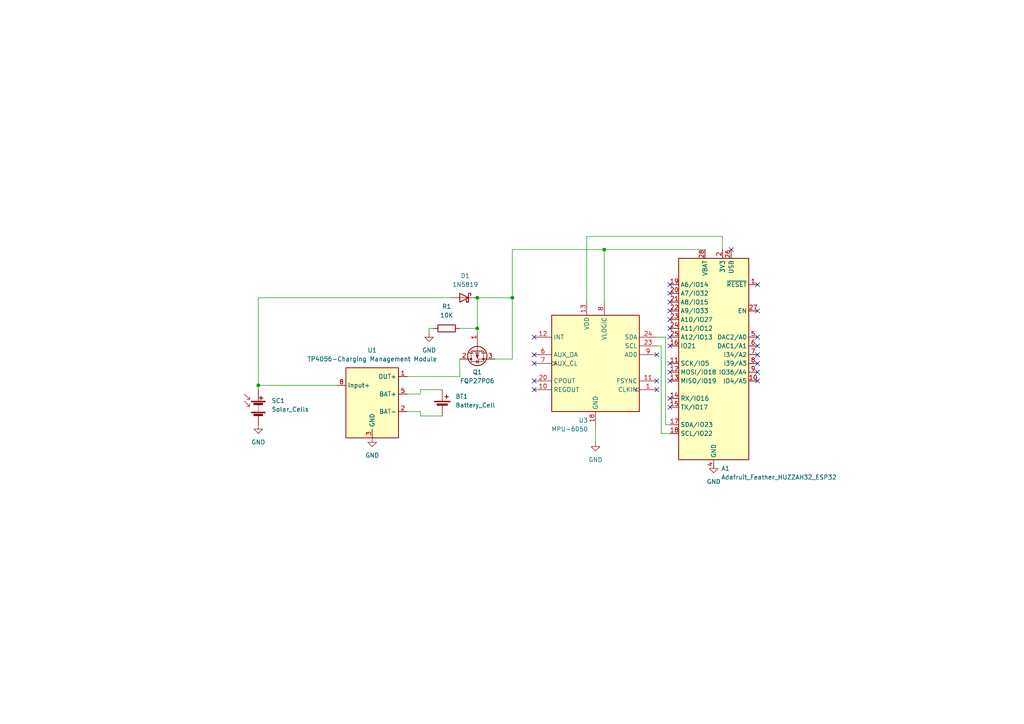
<source format=kicad_sch>
(kicad_sch (version 20250114) (generator "eeschema") (generator_version "9.0")
  (paper "A4")
  (lib_symbols
    (symbol "Battery_Management:TP4056-Charging Management"
      (property "Reference" "U" (at -6.604 11.684 0))
      (property "Value" "TP4056-Charging Management Module" (at 21.082 12.192 0))
      (symbol "TP4056-Charging Management_1_0"
        (pin input line (at -10.16 5.08 0) (length 2.54) (name "Input+") (number "8"))
        (pin power_in line (at 0 -10.16 90) (length 2.54) (name "GND") (number "3"))
        (pin power_out line (at 10.16 7.62 180) (length 2.54) (name "OUT+") (number "1"))
        (pin power_out line (at 10.16 2.54 180) (length 2.54) (name "BAT+") (number "5"))
        (pin passive line (at 10.16 -2.54 180) (length 2.54) (name "BAT-") (number "2"))
      )
      (symbol "TP4056-Charging Management_1_1"
        (rectangle (start -7.62 10.16) (end 7.62 -10.16) (stroke (width 0.254)) (fill (type background)))
      )
    )
    (symbol "Device:Battery_Cell" (pin_numbers (hide yes)) (pin_names (offset 0) (hide yes))
      (property "Reference" "BT" (at 2.54 2.54 0))
      (property "Value" "Battery_Cell" (at 2.54 0 0))
      (symbol "Battery_Cell_0_1"
        (rectangle (start -2.286 1.778) (end 2.286 1.524) (fill (type outline)))
        (rectangle (start -1.524 1.016) (end 1.524 0.508) (fill (type outline)))
        (polyline (pts (xy 0 1.778) (xy 0 2.54)))
        (polyline (pts (xy 0 0.762) (xy 0 0)))
        (polyline (pts (xy 0.762 3.048) (xy 1.778 3.048)) (stroke (width 0.254)))
        (polyline (pts (xy 1.27 3.556) (xy 1.27 2.54)) (stroke (width 0.254)))
      )
      (symbol "Battery_Cell_1_1"
        (pin passive line (at 0 5.08 270) (length 2.54) (name "+") (number "1"))
        (pin passive line (at 0 -2.54 90) (length 2.54) (name "-") (number "2"))
      )
    )
    (symbol "Device:R" (pin_numbers (hide yes)) (pin_names (offset 0))
      (property "Reference" "R" (at 2.032 0 90))
      (property "Value" "R" (at 0 0 90))
      (symbol "R_0_1"
        (rectangle (start -1.016 -2.54) (end 1.016 2.54) (stroke (width 0.254)))
      )
      (symbol "R_1_1"
        (pin passive line (at 0 3.81 270) (length 1.27) (name "~") (number "1"))
        (pin passive line (at 0 -3.81 90) (length 1.27) (name "~") (number "2"))
      )
    )
    (symbol "Device:Solar_Cells" (pin_numbers (hide yes)) (pin_names (offset 0) (hide yes))
      (property "Reference" "SC" (at 2.54 2.54 0))
      (property "Value" "Solar_Cells" (at 2.54 0 0))
      (symbol "Solar_Cells_0_1"
        (polyline (pts (xy -2.54 3.048) (xy -2.54 2.286) (xy -3.302 2.286)))
        (polyline (pts (xy -2.54 2.286) (xy -4.064 3.81)))
        (polyline (pts (xy -2.54 1.016) (xy -2.54 0.254) (xy -3.302 0.254)))
        (polyline (pts (xy -2.54 0.254) (xy -4.064 1.778)))
        (rectangle (start -2.032 1.778) (end 2.032 1.524) (fill (type outline)))
        (rectangle (start -2.032 -1.397) (end 2.032 -1.651) (fill (type outline)))
        (rectangle (start -1.3208 1.1938) (end 1.27 0.6858) (fill (type outline)))
        (rectangle (start -1.3208 -1.9812) (end 1.27 -2.4892) (fill (type outline)))
        (polyline (pts (xy 0 1.778) (xy 0 2.54)))
        (polyline (pts (xy 0 0.508) (xy 0 0.762)))
        (polyline (pts (xy 0 0) (xy 0 0.254)))
        (polyline (pts (xy 0 -0.508) (xy 0 -0.254)))
        (polyline (pts (xy 0 -1.016) (xy 0 -0.762)))
        (polyline (pts (xy 0 -1.524) (xy 0 -1.27)))
        (polyline (pts (xy 0.254 2.667) (xy 1.27 2.667)) (stroke (width 0.254)))
        (polyline (pts (xy 0.762 3.175) (xy 0.762 2.159)) (stroke (width 0.254)))
      )
      (symbol "Solar_Cells_1_1"
        (pin passive line (at 0 5.08 270) (length 2.54) (name "+") (number "1"))
        (pin passive line (at 0 -5.08 90) (length 2.54) (name "-") (number "2"))
      )
    )
    (symbol "Diode:1N5819" (pin_numbers (hide yes)) (pin_names (offset 1.016) (hide yes))
      (property "Reference" "D" (at 0 2.54 0))
      (property "Value" "1N5819" (at 0 -2.54 0))
      (symbol "1N5819_0_1"
        (polyline (pts (xy -1.905 0.635) (xy -1.905 1.27) (xy -1.27 1.27) (xy -1.27 -1.27) (xy -0.635 -1.27) (xy -0.635 -0.635)) (stroke (width 0.254)))
        (polyline (pts (xy 1.27 1.27) (xy 1.27 -1.27) (xy -1.27 0) (xy 1.27 1.27)) (stroke (width 0.254)))
        (polyline (pts (xy 1.27 0) (xy -1.27 0)))
      )
      (symbol "1N5819_1_1"
        (pin passive line (at -3.81 0 0) (length 2.54) (name "K") (number "1"))
        (pin passive line (at 3.81 0 180) (length 2.54) (name "A") (number "2"))
      )
    )
    (symbol "MCU_Module:Adafruit_Feather_HUZZAH32_ESP32"
      (property "Reference" "A" (at -10.16 29.21 0))
      (property "Value" "Adafruit_Feather_HUZZAH32_ESP32" (at 2.54 -31.75 0))
      (symbol "Adafruit_Feather_HUZZAH32_ESP32_0_1"
        (rectangle (start -10.16 27.94) (end 10.16 -30.48) (stroke (width 0.254)) (fill (type background)))
      )
      (symbol "Adafruit_Feather_HUZZAH32_ESP32_1_1"
        (pin bidirectional line (at -12.7 20.32 0) (length 2.54) (name "A6/IO14") (number "19"))
        (pin bidirectional line (at -12.7 17.78 0) (length 2.54) (name "A7/IO32") (number "20"))
        (pin bidirectional line (at -12.7 15.24 0) (length 2.54) (name "A8/IO15") (number "21"))
        (pin bidirectional line (at -12.7 12.7 0) (length 2.54) (name "A9/IO33") (number "22"))
        (pin bidirectional line (at -12.7 10.16 0) (length 2.54) (name "A10/IO27") (number "23"))
        (pin bidirectional line (at -12.7 7.62 0) (length 2.54) (name "A11/IO12") (number "24"))
        (pin bidirectional line (at -12.7 5.08 0) (length 2.54) (name "A12/IO13") (number "25"))
        (pin bidirectional line (at -12.7 2.54 0) (length 2.54) (name "IO21") (number "16"))
        (pin bidirectional line (at -12.7 -2.54 0) (length 2.54) (name "SCK/IO5") (number "11"))
        (pin bidirectional line (at -12.7 -5.08 0) (length 2.54) (name "MOSI/IO18") (number "12"))
        (pin bidirectional line (at -12.7 -7.62 0) (length 2.54) (name "MISO/IO19") (number "13"))
        (pin bidirectional line (at -12.7 -12.7 0) (length 2.54) (name "RX/IO16") (number "14"))
        (pin bidirectional line (at -12.7 -15.24 0) (length 2.54) (name "TX/IO17") (number "15"))
        (pin bidirectional line (at -12.7 -20.32 0) (length 2.54) (name "SDA/IO23") (number "17"))
        (pin bidirectional line (at -12.7 -22.86 0) (length 2.54) (name "SCL/IO22") (number "18"))
        (pin power_in line (at -2.54 30.48 270) (length 2.54) (name "VBAT") (number "28"))
        (pin power_in line (at 0 -33.02 90) (length 2.54) (name "GND") (number "4"))
        (pin power_in line (at 2.54 30.48 270) (length 2.54) (name "3V3") (number "2"))
        (pin power_in line (at 5.08 30.48 270) (length 2.54) (name "USB") (number "26"))
        (pin no_connect line (at 10.16 10.16 180) (length 2.54) (hide yes) (name "NC") (number "3"))
        (pin input line (at 12.7 20.32 180) (length 2.54) (name "~{RESET}") (number "1"))
        (pin input line (at 12.7 12.7 180) (length 2.54) (name "EN") (number "27"))
        (pin bidirectional line (at 12.7 5.08 180) (length 2.54) (name "DAC2/A0") (number "5"))
        (pin bidirectional line (at 12.7 2.54 180) (length 2.54) (name "DAC1/A1") (number "6"))
        (pin bidirectional line (at 12.7 0 180) (length 2.54) (name "I34/A2") (number "7"))
        (pin bidirectional line (at 12.7 -2.54 180) (length 2.54) (name "I39/A3") (number "8"))
        (pin bidirectional line (at 12.7 -5.08 180) (length 2.54) (name "IO36/A4") (number "9"))
        (pin bidirectional line (at 12.7 -7.62 180) (length 2.54) (name "IO4/A5") (number "10"))
      )
    )
    (symbol "Sensor_Motion:MPU-6050"
      (property "Reference" "U" (at -11.43 13.97 0))
      (property "Value" "MPU-6050" (at 7.62 -15.24 0))
      (symbol "MPU-6050_0_0"
        (text "" (at 12.7 -2.54 0) (effects (font (size 1.27 1.27))))
      )
      (symbol "MPU-6050_0_1"
        (rectangle (start -12.7 13.97) (end 12.7 -13.97) (stroke (width 0.254)) (fill (type background)))
      )
      (symbol "MPU-6050_1_1"
        (pin bidirectional line (at -17.78 7.62 0) (length 5.08) (name "SDA") (number "24"))
        (pin input line (at -17.78 5.08 0) (length 5.08) (name "SCL") (number "23"))
        (pin input line (at -17.78 2.54 0) (length 5.08) (name "AD0") (number "9"))
        (pin input line (at -17.78 -5.08 0) (length 5.08) (name "FSYNC") (number "11"))
        (pin input clock (at -17.78 -7.62 0) (length 5.08) (name "CLKIN") (number "1"))
        (pin no_connect line (at -12.7 12.7 0) (length 2.54) (hide yes) (name "NC") (number "2"))
        (pin no_connect line (at -12.7 10.16 0) (length 2.54) (hide yes) (name "NC") (number "3"))
        (pin no_connect line (at -12.7 0 0) (length 2.54) (hide yes) (name "NC") (number "4"))
        (pin no_connect line (at -12.7 -2.54 0) (length 2.54) (hide yes) (name "NC") (number "5"))
        (pin no_connect line (at -12.7 -10.16 0) (length 2.54) (hide yes) (name "NC") (number "14"))
        (pin power_in line (at -2.54 17.78 270) (length 3.81) (name "VLOGIC") (number "8"))
        (pin power_in line (at 0 -17.78 90) (length 3.81) (name "GND") (number "18"))
        (pin power_in line (at 2.54 17.78 270) (length 3.81) (name "VDD") (number "13"))
        (pin no_connect line (at 12.7 12.7 180) (length 2.54) (hide yes) (name "NC") (number "15"))
        (pin no_connect line (at 12.7 10.16 180) (length 2.54) (hide yes) (name "NC") (number "16"))
        (pin no_connect line (at 12.7 5.08 180) (length 2.54) (hide yes) (name "NC") (number "17"))
        (pin no_connect line (at 12.7 -2.54 180) (length 2.54) (hide yes) (name "RESV") (number "21"))
        (pin no_connect line (at 12.7 -10.16 180) (length 2.54) (hide yes) (name "RESV") (number "19"))
        (pin no_connect line (at 12.7 -12.7 180) (length 2.54) (hide yes) (name "RESV") (number "22"))
        (pin output line (at 17.78 7.62 180) (length 5.08) (name "INT") (number "12"))
        (pin bidirectional line (at 17.78 2.54 180) (length 5.08) (name "AUX_DA") (number "6"))
        (pin output clock (at 17.78 0 180) (length 5.08) (name "AUX_CL") (number "7"))
        (pin passive line (at 17.78 -5.08 180) (length 5.08) (name "CPOUT") (number "20"))
        (pin passive line (at 17.78 -7.62 180) (length 5.08) (name "REGOUT") (number "10"))
      )
    )
    (symbol "Transistor_FET:FQP27P06" (pin_names (hide yes))
      (property "Reference" "Q" (at 5.08 1.905 0))
      (property "Value" "FQP27P06" (at 5.08 0 0))
      (symbol "FQP27P06_0_1"
        (polyline (pts (xy 0.254 1.905) (xy 0.254 -1.905)) (stroke (width 0.254)))
        (polyline (pts (xy 0.254 0) (xy -2.54 0)))
        (polyline (pts (xy 0.762 2.286) (xy 0.762 1.27)) (stroke (width 0.254)))
        (polyline (pts (xy 0.762 1.778) (xy 3.302 1.778) (xy 3.302 -1.778) (xy 0.762 -1.778)))
        (polyline (pts (xy 0.762 0.508) (xy 0.762 -0.508)) (stroke (width 0.254)))
        (polyline (pts (xy 0.762 -1.27) (xy 0.762 -2.286)) (stroke (width 0.254)))
        (circle (center 1.651 0) (radius 2.794) (stroke (width 0.254)))
        (polyline (pts (xy 2.286 0) (xy 1.27 0.381) (xy 1.27 -0.381) (xy 2.286 0)) (fill (type outline)))
        (polyline (pts (xy 2.54 2.54) (xy 2.54 1.778)))
        (circle (center 2.54 1.778) (radius 0.254) (fill (type outline)))
        (circle (center 2.54 -1.778) (radius 0.254) (fill (type outline)))
        (polyline (pts (xy 2.54 -2.54) (xy 2.54 0) (xy 0.762 0)))
        (polyline (pts (xy 2.794 -0.508) (xy 2.921 -0.381) (xy 3.683 -0.381) (xy 3.81 -0.254)))
        (polyline (pts (xy 3.302 -0.381) (xy 2.921 0.254) (xy 3.683 0.254) (xy 3.302 -0.381)))
      )
      (symbol "FQP27P06_1_1"
        (pin input line (at -5.08 0 0) (length 2.54) (name "G") (number "1"))
        (pin passive line (at 2.54 5.08 270) (length 2.54) (name "D") (number "2"))
        (pin passive line (at 2.54 -5.08 90) (length 2.54) (name "S") (number "3"))
      )
    )
    (symbol "power:GND" (power) (pin_numbers (hide yes)) (pin_names (offset 0) (hide yes))
      (property "Value" "GND" (at 0 -3.81 0))
      (symbol "GND_0_1"
        (polyline (pts (xy 0 0) (xy 0 -1.27) (xy 1.27 -1.27) (xy 0 -2.54) (xy -1.27 -1.27) (xy 0 -1.27)))
      )
      (symbol "GND_1_1"
        (pin power_in line (at 0 0 270) (length 0) (name "~") (number "1"))
      )
    )
  )
  (junction (at 138.43 86.36))
  (junction (at 74.93 111.76))
  (junction (at 175.26 72.39))
  (junction (at 148.59 86.36))
  (junction (at 138.43 95.25))
  (no_connect (at 194.31 97.79))
  (no_connect (at 154.94 110.49))
  (no_connect (at 190.5 113.03))
  (no_connect (at 219.71 102.87))
  (no_connect (at 154.94 97.79))
  (no_connect (at 190.5 102.87))
  (no_connect (at 219.71 110.49))
  (no_connect (at 212.09 72.39))
  (no_connect (at 194.31 107.95))
  (no_connect (at 219.71 105.41))
  (no_connect (at 154.94 102.87))
  (no_connect (at 219.71 97.79))
  (no_connect (at 219.71 90.17))
  (no_connect (at 194.31 92.71))
  (no_connect (at 194.31 118.11))
  (no_connect (at 194.31 110.49))
  (no_connect (at 190.5 110.49))
  (no_connect (at 219.71 107.95))
  (no_connect (at 219.71 82.55))
  (no_connect (at 194.31 90.17))
  (no_connect (at 219.71 100.33))
  (no_connect (at 194.31 85.09))
  (no_connect (at 194.31 100.33))
  (no_connect (at 194.31 82.55))
  (no_connect (at 194.31 95.25))
  (no_connect (at 154.94 113.03))
  (no_connect (at 154.94 105.41))
  (no_connect (at 194.31 87.63))
  (no_connect (at 194.31 105.41))
  (no_connect (at 194.31 115.57))
  (wire (pts (xy 138.43 86.36) (xy 148.59 86.36)))
  (wire (pts (xy 207.01 134.62) (xy 207.01 135.89)))
  (wire (pts (xy 209.55 68.58) (xy 209.55 72.39)))
  (wire (pts (xy 124.46 95.25) (xy 124.46 96.52)))
  (wire (pts (xy 191.77 100.33) (xy 191.77 125.73)))
  (wire (pts (xy 172.72 123.19) (xy 172.72 128.27)))
  (wire (pts (xy 193.04 97.79) (xy 193.04 123.19)))
  (wire (pts (xy 74.93 111.76) (xy 74.93 86.36)))
  (wire (pts (xy 170.18 87.63) (xy 170.18 68.58)))
  (wire (pts (xy 121.92 113.03) (xy 128.27 113.03)))
  (wire (pts (xy 193.04 123.19) (xy 194.31 123.19)))
  (wire (pts (xy 74.93 86.36) (xy 130.81 86.36)))
  (wire (pts (xy 121.92 114.3) (xy 121.92 113.03)))
  (wire (pts (xy 148.59 72.39) (xy 148.59 86.36)))
  (wire (pts (xy 121.92 119.38) (xy 121.92 120.65)))
  (wire (pts (xy 118.11 109.22) (xy 133.35 109.22)))
  (wire (pts (xy 133.35 109.22) (xy 133.35 104.14)))
  (wire (pts (xy 133.35 95.25) (xy 138.43 95.25)))
  (wire (pts (xy 175.26 72.39) (xy 175.26 87.63)))
  (wire (pts (xy 124.46 95.25) (xy 125.73 95.25)))
  (wire (pts (xy 148.59 86.36) (xy 148.59 104.14)))
  (wire (pts (xy 138.43 86.36) (xy 138.43 95.25)))
  (wire (pts (xy 118.11 114.3) (xy 121.92 114.3)))
  (wire (pts (xy 191.77 125.73) (xy 194.31 125.73)))
  (wire (pts (xy 118.11 119.38) (xy 121.92 119.38)))
  (wire (pts (xy 121.92 120.65) (xy 128.27 120.65)))
  (wire (pts (xy 190.5 100.33) (xy 191.77 100.33)))
  (wire (pts (xy 143.51 104.14) (xy 148.59 104.14)))
  (wire (pts (xy 190.5 97.79) (xy 193.04 97.79)))
  (wire (pts (xy 138.43 95.25) (xy 138.43 96.52)))
  (wire (pts (xy 175.26 72.39) (xy 204.47 72.39)))
  (wire (pts (xy 148.59 72.39) (xy 175.26 72.39)))
  (wire (pts (xy 74.93 113.03) (xy 74.93 111.76)))
  (wire (pts (xy 74.93 111.76) (xy 97.79 111.76)))
  (wire (pts (xy 170.18 68.58) (xy 209.55 68.58)))
  (symbol (lib_id "Transistor_FET:FQP27P06") (at 138.43 101.6 90) (mirror x) (unit 1)
    (property "Reference" "Q1" (at 138.43 107.95 90))
    (property "Value" "FQP27P06" (at 138.43 110.49 90))
    (property "Footprint" "Package_TO_SOT_THT:TO-220-3_Vertical" (effects (hide yes)))
    (property "Datasheet" "https://www.onsemi.com/pub/Collateral/FQP27P06-D.PDF" (effects (hide yes)))
    (property "Description" "-27A Id, -60V Vds, QFET P-Channel MOSFET, TO-220" (effects (hide yes)))
  )
  (symbol (lib_id "power:GND") (at 74.93 123.19 0) (unit 1)
    (property "Reference" "#PWR05" (effects (hide yes)))
    (property "Value" "GND" (at 74.93 128.27 0))
    (property "Description" "Power symbol creates a global label with name \"GND\" , ground" (effects (hide yes)))
  )
  (symbol (lib_id "power:GND") (at 124.46 96.52 0) (unit 1)
    (property "Reference" "#PWR01" (effects (hide yes)))
    (property "Value" "GND" (at 124.46 101.6 0))
    (property "Description" "Power symbol creates a global label with name \"GND\" , ground" (effects (hide yes)))
  )
  (symbol (lib_id "Device:Battery_Cell") (at 128.27 118.11 0) (unit 1)
    (property "Reference" "BT1" (at 132.08 114.9984 0) (effects (justify left)))
    (property "Value" "Battery_Cell" (at 132.08 117.5384 0) (effects (justify left)))
    (property "Description" "Single-cell battery" (effects (hide yes)))
  )
  (symbol (lib_id "power:GND") (at 172.72 128.27 0) (unit 1)
    (property "Reference" "#PWR03" (effects (hide yes)))
    (property "Value" "GND" (at 172.72 133.35 0))
    (property "Description" "Power symbol creates a global label with name \"GND\" , ground" (effects (hide yes)))
  )
  (symbol (lib_id "power:GND") (at 107.95 127 0) (unit 1)
    (property "Reference" "#PWR04" (effects (hide yes)))
    (property "Value" "GND" (at 107.95 132.08 0))
    (property "Description" "Power symbol creates a global label with name \"GND\" , ground" (effects (hide yes)))
  )
  (symbol (lib_id "Sensor_Motion:MPU-6050") (at 172.72 105.41 0) (mirror y) (unit 1)
    (property "Reference" "U3" (at 170.5767 121.92 0) (effects (justify left)))
    (property "Value" "MPU-6050" (at 170.5767 124.46 0) (effects (justify left)))
    (property "Footprint" "Sensor_Motion:InvenSense_QFN-24_4x4mm_P0.5mm" (effects (hide yes)))
    (property "Datasheet" "https://invensense.tdk.com/wp-content/uploads/2015/02/MPU-6000-Datasheet1.pdf" (effects (hide yes)))
    (property "Description" "InvenSense 6-Axis Motion Sensor, Gyroscope, Accelerometer, I2C" (effects (hide yes)))
  )
  (symbol (lib_id "MCU_Module:Adafruit_Feather_HUZZAH32_ESP32") (at 207.01 102.87 0) (unit 1)
    (property "Reference" "A1" (at 209.1533 135.89 0) (effects (justify left)))
    (property "Value" "Adafruit_Feather_HUZZAH32_ESP32" (at 209.1533 138.43 0) (effects (justify left)))
    (property "Footprint" "Module:Adafruit_Feather" (effects (hide yes)))
    (property "Datasheet" "https://cdn-learn.adafruit.com/downloads/pdf/adafruit-huzzah32-esp32-feather.pdf" (effects (hide yes)))
    (property "Description" "Microcontroller module with ESP32 MCU" (effects (hide yes)))
  )
  (symbol (lib_id "Diode:1N5819") (at 134.62 86.36 0) (mirror y) (unit 1)
    (property "Reference" "D1" (at 134.9375 80.01 0))
    (property "Value" "1N5819" (at 134.9375 82.55 0))
    (property "Footprint" "Diode_THT:D_DO-41_SOD81_P10.16mm_Horizontal" (effects (hide yes)))
    (property "Datasheet" "http://www.vishay.com/docs/88525/1n5817.pdf" (effects (hide yes)))
    (property "Description" "40V 1A Schottky Barrier Rectifier Diode, DO-41" (effects (hide yes)))
  )
  (symbol (lib_id "Device:Solar_Cells") (at 74.93 118.11 0) (unit 1)
    (property "Reference" "SC1" (at 78.74 116.2049 0) (effects (justify left)))
    (property "Value" "Solar_Cells" (at 78.74 118.7449 0) (effects (justify left)))
    (property "Description" "Multiple solar cells" (effects (hide yes)))
  )
  (symbol (lib_id "power:GND") (at 207.01 134.62 0) (unit 1)
    (property "Reference" "#PWR02" (effects (hide yes)))
    (property "Value" "GND" (at 207.01 139.7 0))
    (property "Description" "Power symbol creates a global label with name \"GND\" , ground" (effects (hide yes)))
  )
  (symbol (lib_id "Battery_Management:TP4056-Charging Management") (at 107.95 116.84 0) (unit 1)
    (property "Reference" "U1" (at 107.95 101.6 0))
    (property "Value" "TP4056-Charging Management Module" (at 107.95 104.14 0))
    (property "Footprint" "Package_SO:SOIC-8-1EP_3.9x4.9mm_P1.27mm_EP2.41x3.3mm_ThermalVias" (effects (hide yes)))
    (property "Datasheet" "https://www.lcsc.com/datasheet/lcsc_datasheet_2410121619_TOPPOWER-Nanjing-Extension-Microelectronics-TP4056-42-ESOP8_C16581.pdf" (effects (hide yes)))
    (property "Description" "1A Standalone Linear Li-ion/LiPo single-cell battery charger, 4.2V ±1% charge voltage, VCC = 4.0..8.0V, SOIC-8 (SOP-8)" (effects (hide yes)))
  )
  (symbol (lib_id "Device:R") (at 129.54 95.25 270) (unit 1)
    (property "Reference" "R1" (at 129.54 88.9 90))
    (property "Value" "10K" (at 129.54 91.44 90))
    (property "Description" "Resistor" (effects (hide yes)))
  )
)
</source>
